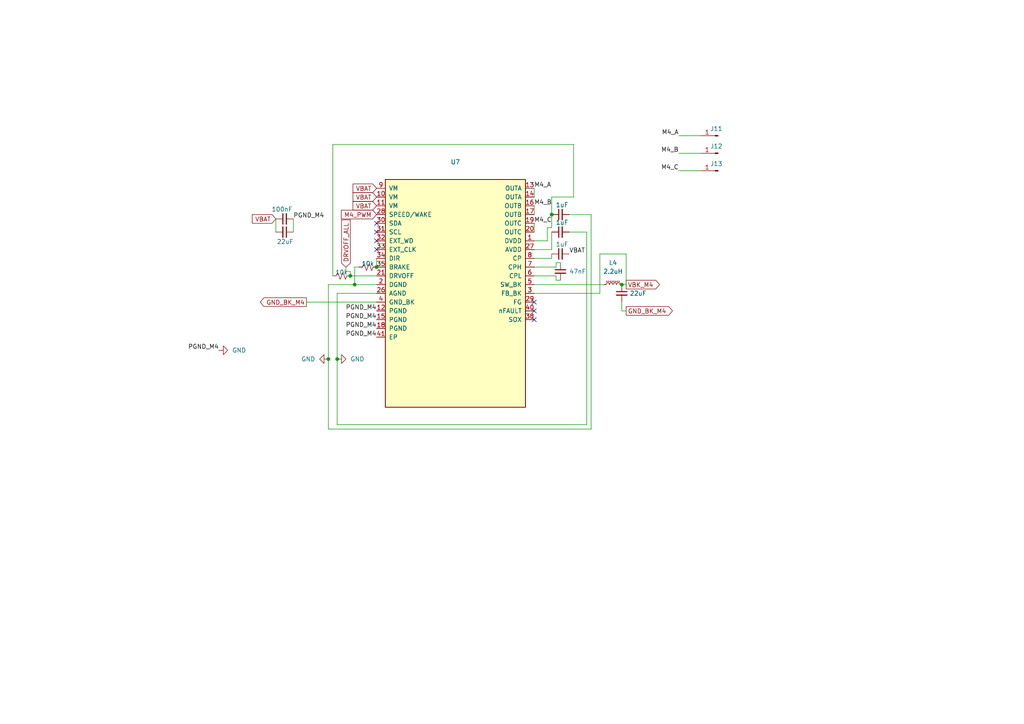
<source format=kicad_sch>
(kicad_sch (version 20250114) (generator "eeschema") (generator_version "9.0")
  (paper "A4")
  (title_block (date "2025-12-23") (rev "v1") (company "NeoDrone") (comment 1 "Made by Dulat Sarbassov") (comment 2 "dulatello08"))
  (lib_symbols
    (symbol "Connector:Conn_01x01_Pin" (pin_names (offset 1.016) (hide yes))
      (property "Reference" "J" (at 0 2.54 0))
      (property "Value" "Conn_01x01_Pin" (at 0 -2.54 0))
      (symbol "Conn_01x01_Pin_1_1"
        (rectangle (start 0.8636 0.127) (end 0 -0.127) (stroke (width 0.1524)) (fill (type outline)))
        (polyline (pts (xy 1.27 0) (xy 0.8636 0)) (stroke (width 0.1524)))
        (pin passive line (at 5.08 0 180) (length 3.81) (name "Pin_1") (number "1"))
      )
    )
    (symbol "Device:C_Small" (pin_numbers (hide yes)) (pin_names (offset 0.254) (hide yes))
      (property "Reference" "C" (at 0.254 1.778 0))
      (property "Value" "C_Small" (at 0.254 -2.032 0))
      (symbol "C_Small_0_1"
        (polyline (pts (xy -1.524 0.508) (xy 1.524 0.508)) (stroke (width 0.3048)))
        (polyline (pts (xy -1.524 -0.508) (xy 1.524 -0.508)) (stroke (width 0.3302)))
      )
      (symbol "C_Small_1_1"
        (pin passive line (at 0 2.54 270) (length 2.032) (name "~") (number "1"))
        (pin passive line (at 0 -2.54 90) (length 2.032) (name "~") (number "2"))
      )
    )
    (symbol "Device:L_Ferrite_Small" (pin_numbers (hide yes)) (pin_names (offset 0.254) (hide yes))
      (property "Reference" "L" (at 1.27 1.016 0))
      (property "Value" "L_Ferrite_Small" (at 1.27 -1.27 0))
      (symbol "L_Ferrite_Small_0_1"
        (arc (start 0 2.032) (mid 0.5058 1.524) (end 0 1.016))
        (arc (start 0 1.016) (mid 0.5058 0.508) (end 0 0))
        (arc (start 0 0) (mid 0.5058 -0.508) (end 0 -1.016))
        (arc (start 0 -1.016) (mid 0.5058 -1.524) (end 0 -2.032))
        (polyline (pts (xy 0.762 1.651) (xy 0.762 1.905)))
        (polyline (pts (xy 0.762 1.143) (xy 0.762 1.397)))
        (polyline (pts (xy 0.762 0.635) (xy 0.762 0.889)))
        (polyline (pts (xy 0.762 0.127) (xy 0.762 0.381)))
        (polyline (pts (xy 0.762 -0.381) (xy 0.762 -0.127)))
        (polyline (pts (xy 0.762 -0.889) (xy 0.762 -0.635)))
        (polyline (pts (xy 0.762 -1.397) (xy 0.762 -1.143)))
        (polyline (pts (xy 0.762 -1.905) (xy 0.762 -1.651)))
        (polyline (pts (xy 1.016 1.905) (xy 1.016 1.651)))
        (polyline (pts (xy 1.016 1.397) (xy 1.016 1.143)))
        (polyline (pts (xy 1.016 0.889) (xy 1.016 0.635)))
        (polyline (pts (xy 1.016 0.381) (xy 1.016 0.127)))
        (polyline (pts (xy 1.016 -0.127) (xy 1.016 -0.381)))
        (polyline (pts (xy 1.016 -0.635) (xy 1.016 -0.889)))
        (polyline (pts (xy 1.016 -1.143) (xy 1.016 -1.397)))
        (polyline (pts (xy 1.016 -1.651) (xy 1.016 -1.905)))
      )
      (symbol "L_Ferrite_Small_1_1"
        (pin passive line (at 0 2.54 270) (length 0.508) (name "~") (number "1"))
        (pin passive line (at 0 -2.54 90) (length 0.508) (name "~") (number "2"))
      )
    )
    (symbol "Device:R_Small_US" (pin_numbers (hide yes)) (pin_names (offset 0.254) (hide yes))
      (property "Reference" "R" (at 0.762 0.508 0))
      (property "Value" "R_Small_US" (at 0.762 -1.016 0))
      (symbol "R_Small_US_1_1"
        (polyline (pts (xy 0 1.524) (xy 1.016 1.143) (xy 0 0.762) (xy -1.016 0.381) (xy 0 0)))
        (polyline (pts (xy 0 0) (xy 1.016 -0.381) (xy 0 -0.762) (xy -1.016 -1.143) (xy 0 -1.524)))
        (pin passive line (at 0 2.54 270) (length 1.016) (name "~") (number "1"))
        (pin passive line (at 0 -2.54 90) (length 1.016) (name "~") (number "2"))
      )
    )
    (symbol "MCF8316A:MCF8316A" (pin_names (offset 1.016))
      (property "Reference" "U" (at 0 38.1 0))
      (property "Value" "MCF8316A" (at 0 -38.1 0))
      (symbol "MCF8316A_1_1"
        (rectangle (start -20.32 33.02) (end 20.32 -33.02) (stroke (width 0.254)) (fill (type background)))
        (pin power_in line (at -22.86 30.48 0) (length 2.54) (name "VM") (number "9"))
        (pin power_in line (at -22.86 27.94 0) (length 2.54) (name "VM") (number "10"))
        (pin power_in line (at -22.86 25.4 0) (length 2.54) (name "VM") (number "11"))
        (pin input line (at -22.86 22.86 0) (length 2.54) (name "SPEED/WAKE") (number "28"))
        (pin bidirectional line (at -22.86 20.32 0) (length 2.54) (name "SDA") (number "30"))
        (pin input line (at -22.86 17.78 0) (length 2.54) (name "SCL") (number "31"))
        (pin input line (at -22.86 15.24 0) (length 2.54) (name "EXT_WD") (number "32"))
        (pin input line (at -22.86 12.7 0) (length 2.54) (name "EXT_CLK") (number "33"))
        (pin input line (at -22.86 10.16 0) (length 2.54) (name "DIR") (number "34"))
        (pin input line (at -22.86 7.62 0) (length 2.54) (name "BRAKE") (number "35"))
        (pin input line (at -22.86 5.08 0) (length 2.54) (name "DRVOFF") (number "21"))
        (pin power_in line (at -22.86 2.54 0) (length 2.54) (name "DGND") (number "2"))
        (pin power_in line (at -22.86 0 0) (length 2.54) (name "AGND") (number "26"))
        (pin power_in line (at -22.86 -2.54 0) (length 2.54) (name "GND_BK") (number "4"))
        (pin power_in line (at -22.86 -5.08 0) (length 2.54) (name "PGND") (number "12"))
        (pin power_in line (at -22.86 -7.62 0) (length 2.54) (name "PGND") (number "15"))
        (pin power_in line (at -22.86 -10.16 0) (length 2.54) (name "PGND") (number "18"))
        (pin power_in line (at -22.86 -12.7 0) (length 2.54) (name "EP") (number "41"))
        (pin power_out line (at 22.86 30.48 180) (length 2.54) (name "OUTA") (number "13"))
        (pin power_out line (at 22.86 27.94 180) (length 2.54) (name "OUTA") (number "14"))
        (pin power_out line (at 22.86 25.4 180) (length 2.54) (name "OUTB") (number "16"))
        (pin power_out line (at 22.86 22.86 180) (length 2.54) (name "OUTB") (number "17"))
        (pin power_out line (at 22.86 20.32 180) (length 2.54) (name "OUTC") (number "19"))
        (pin power_out line (at 22.86 17.78 180) (length 2.54) (name "OUTC") (number "20"))
        (pin power_out line (at 22.86 15.24 180) (length 2.54) (name "DVDD") (number "1"))
        (pin power_out line (at 22.86 12.7 180) (length 2.54) (name "AVDD") (number "27"))
        (pin power_out line (at 22.86 10.16 180) (length 2.54) (name "CP") (number "8"))
        (pin passive line (at 22.86 7.62 180) (length 2.54) (name "CPH") (number "7"))
        (pin passive line (at 22.86 5.08 180) (length 2.54) (name "CPL") (number "6"))
        (pin passive line (at 22.86 2.54 180) (length 2.54) (name "SW_BK") (number "5"))
        (pin passive line (at 22.86 0 180) (length 2.54) (name "FB_BK") (number "3"))
        (pin open_collector line (at 22.86 -2.54 180) (length 2.54) (name "FG") (number "29"))
        (pin open_collector line (at 22.86 -5.08 180) (length 2.54) (name "nFAULT") (number "40"))
        (pin output line (at 22.86 -7.62 180) (length 2.54) (name "SOX") (number "38"))
      )
    )
    (symbol "power:GND" (power) (pin_numbers (hide yes)) (pin_names (offset 0) (hide yes))
      (property "Value" "GND" (at 0 -3.81 0))
      (symbol "GND_0_1"
        (polyline (pts (xy 0 0) (xy 0 -1.27) (xy 1.27 -1.27) (xy 0 -2.54) (xy -1.27 -1.27) (xy 0 -1.27)))
      )
      (symbol "GND_1_1"
        (pin power_in line (at 0 0 270) (length 0) (name "~") (number "1"))
      )
    )
  )
  (junction (at 102.87 82.55))
  (junction (at 160.02 62.23))
  (junction (at 109.22 77.47))
  (junction (at 97.79 104.14))
  (junction (at 101.6 80.01))
  (junction (at 180.34 82.55))
  (junction (at 95.25 104.14))
  (no_connect (at 109.22 69.85))
  (no_connect (at 154.94 87.63))
  (no_connect (at 109.22 67.31))
  (no_connect (at 109.22 72.39))
  (no_connect (at 154.94 90.17))
  (no_connect (at 154.94 92.71))
  (no_connect (at 109.22 64.77))
  (wire (pts (xy 154.94 77.47) (xy 161.29 77.47)))
  (wire (pts (xy 180.34 90.17) (xy 180.34 87.63)))
  (wire (pts (xy 158.75 69.85) (xy 158.75 66.04)))
  (wire (pts (xy 80.01 63.5) (xy 80.01 67.31)))
  (wire (pts (xy 165.1 67.31) (xy 170.18 67.31)))
  (wire (pts (xy 109.22 74.93) (xy 109.22 77.47)))
  (wire (pts (xy 162.56 81.28) (xy 161.29 81.28)))
  (wire (pts (xy 95.25 82.55) (xy 102.87 82.55)))
  (wire (pts (xy 97.79 123.19) (xy 97.79 104.14)))
  (wire (pts (xy 97.79 104.14) (xy 97.79 85.09)))
  (wire (pts (xy 160.02 57.15) (xy 160.02 62.23)))
  (wire (pts (xy 173.99 73.66) (xy 181.61 73.66)))
  (wire (pts (xy 181.61 90.17) (xy 180.34 90.17)))
  (wire (pts (xy 173.99 85.09) (xy 173.99 73.66)))
  (wire (pts (xy 171.45 62.23) (xy 171.45 124.46)))
  (wire (pts (xy 85.09 63.5) (xy 85.09 67.31)))
  (wire (pts (xy 166.37 57.15) (xy 160.02 57.15)))
  (wire (pts (xy 161.29 76.2) (xy 162.56 76.2)))
  (wire (pts (xy 166.37 41.91) (xy 96.52 41.91)))
  (wire (pts (xy 171.45 124.46) (xy 95.25 124.46)))
  (wire (pts (xy 102.87 77.47) (xy 102.87 82.55)))
  (wire (pts (xy 100.33 78.74) (xy 101.6 78.74)))
  (wire (pts (xy 161.29 80.01) (xy 154.94 80.01)))
  (wire (pts (xy 160.02 66.04) (xy 160.02 62.23)))
  (wire (pts (xy 170.18 67.31) (xy 170.18 123.19)))
  (wire (pts (xy 181.61 82.55) (xy 180.34 82.55)))
  (wire (pts (xy 170.18 123.19) (xy 97.79 123.19)))
  (wire (pts (xy 100.33 77.47) (xy 100.33 78.74)))
  (wire (pts (xy 96.52 41.91) (xy 96.52 80.01)))
  (wire (pts (xy 154.94 64.77) (xy 154.94 67.31)))
  (wire (pts (xy 166.37 41.91) (xy 166.37 57.15)))
  (wire (pts (xy 97.79 85.09) (xy 109.22 85.09)))
  (wire (pts (xy 154.94 74.93) (xy 160.02 74.93)))
  (wire (pts (xy 181.61 73.66) (xy 181.61 82.55)))
  (wire (pts (xy 102.87 77.47) (xy 104.14 77.47)))
  (wire (pts (xy 160.02 67.31) (xy 160.02 72.39)))
  (wire (pts (xy 154.94 72.39) (xy 160.02 72.39)))
  (wire (pts (xy 95.25 124.46) (xy 95.25 104.14)))
  (wire (pts (xy 101.6 78.74) (xy 101.6 80.01)))
  (wire (pts (xy 203.2 44.45) (xy 196.85 44.45)))
  (wire (pts (xy 154.94 85.09) (xy 173.99 85.09)))
  (wire (pts (xy 203.2 39.37) (xy 196.85 39.37)))
  (wire (pts (xy 154.94 59.69) (xy 154.94 62.23)))
  (wire (pts (xy 101.6 80.01) (xy 109.22 80.01)))
  (wire (pts (xy 102.87 82.55) (xy 109.22 82.55)))
  (wire (pts (xy 161.29 77.47) (xy 161.29 76.2)))
  (wire (pts (xy 154.94 54.61) (xy 154.94 57.15)))
  (wire (pts (xy 165.1 62.23) (xy 171.45 62.23)))
  (wire (pts (xy 95.25 104.14) (xy 95.25 82.55)))
  (wire (pts (xy 154.94 82.55) (xy 175.26 82.55)))
  (wire (pts (xy 88.9 87.63) (xy 109.22 87.63)))
  (wire (pts (xy 158.75 66.04) (xy 160.02 66.04)))
  (wire (pts (xy 161.29 81.28) (xy 161.29 80.01)))
  (wire (pts (xy 154.94 69.85) (xy 158.75 69.85)))
  (wire (pts (xy 160.02 74.93) (xy 160.02 73.66)))
  (wire (pts (xy 203.2 49.53) (xy 196.85 49.53)))
  (label "PGND_M4" (at 109.22 92.71 180))
  (label "PGND_M4" (at 109.22 90.17 180))
  (label "M4_A" (at 196.85 39.37 180))
  (label "PGND_M4" (at 63.5 101.6 180))
  (label "PGND_M4" (at 109.22 95.25 180))
  (label "PGND_M4" (at 109.22 97.79 180))
  (label "VBAT" (at 165.1 73.66 0))
  (label "PGND_M4" (at 85.09 63.5 0))
  (label "M4_C" (at 196.85 49.53 180))
  (label "M4_B" (at 196.85 44.45 180))
  (label "M4_C" (at 154.94 64.77 0))
  (label "M4_B" (at 154.94 59.69 0))
  (label "M4_A" (at 154.94 54.61 0))
  (global_label "VBAT" (shape input) (at 109.22 54.61 180) (property "Intersheetrefs" "${INTERSHEET_REFS}" (effects (hide yes))))
  (global_label "VBAT" (shape input) (at 109.22 57.15 180) (property "Intersheetrefs" "${INTERSHEET_REFS}" (effects (hide yes))))
  (global_label "GND_BK_M4" (shape output) (at 88.9 87.63 180) (property "Intersheetrefs" "${INTERSHEET_REFS}" (effects (hide yes))))
  (global_label "DRVOFF_ALL" (shape input) (at 100.33 77.47 90) (property "Intersheetrefs" "${INTERSHEET_REFS}" (effects (hide yes))))
  (global_label "VBAT" (shape input) (at 109.22 59.69 180) (property "Intersheetrefs" "${INTERSHEET_REFS}" (effects (hide yes))))
  (global_label "M4_PWM" (shape input) (at 109.22 62.23 180) (property "Intersheetrefs" "${INTERSHEET_REFS}" (effects (hide yes))))
  (global_label "VBK_M4" (shape output) (at 181.61 82.55 0) (property "Intersheetrefs" "${INTERSHEET_REFS}" (effects (hide yes))))
  (global_label "VBAT" (shape input) (at 80.01 63.5 180) (property "Intersheetrefs" "${INTERSHEET_REFS}" (effects (hide yes))))
  (global_label "GND_BK_M4" (shape output) (at 181.61 90.17 0) (property "Intersheetrefs" "${INTERSHEET_REFS}" (effects (hide yes))))
  (symbol (lib_id "Connector:Conn_01x01_Pin") (at 208.28 39.37 180) (unit 1) (in_bom no)
    (property "Reference" "J11" (at 207.772 37.338 0))
    (property "Value" "SolderWirePad_1x01_SMD_3x6mm" (effects (hide yes)))
    (property "Footprint" "Connector_Wire:SolderWirePad_1x01_SMD_3x6mm" (effects (hide yes)))
  )
  (symbol (lib_id "Device:C_Small") (at 180.34 85.09 0) (unit 1)
    (property "Reference" "C41" (effects (hide yes)))
    (property "Value" "22uF" (at 182.626 85.09 0) (effects (justify left)))
    (property "Footprint" "Capacitor_SMD:C_1206_3216Metric_Pad1.33x1.80mm_HandSolder" (effects (hide yes)))
    (property "Description" "Unpolarized capacitor, small symbol" (effects (hide yes)))
  )
  (symbol (lib_id "Device:R_Small_US") (at 99.06 80.01 90) (unit 1)
    (property "Reference" "R13" (effects (hide yes)))
    (property "Value" "10k" (at 99.06 78.994 90))
    (property "Footprint" "Resistor_SMD:R_0603_1608Metric_Pad0.98x0.95mm_HandSolder" (effects (hide yes)))
    (property "Description" "Resistor, small US symbol" (effects (hide yes)))
  )
  (symbol (lib_id "Device:L_Ferrite_Small") (at 177.8 82.55 90) (unit 1)
    (property "Reference" "L4" (at 177.8 76.2 90))
    (property "Value" "2.2uH" (at 177.8 78.74 90))
    (property "Footprint" "Inductor_SMD:L_1008_2520Metric_Pad1.43x2.20mm_HandSolder" (effects (hide yes)))
    (property "Description" "Inductor with ferrite core, small symbol" (effects (hide yes)))
  )
  (symbol (lib_id "Device:C_Small") (at 162.56 78.74 0) (unit 1)
    (property "Reference" "C40" (effects (hide yes)))
    (property "Value" "47nF" (at 165.1 78.74 0) (effects (justify left)))
    (property "Footprint" "Capacitor_SMD:C_0603_1608Metric_Pad1.08x0.95mm_HandSolder" (effects (hide yes)))
    (property "Description" "Unpolarized capacitor, small symbol" (effects (hide yes)))
  )
  (symbol (lib_id "MCF8316A:MCF8316A") (at 132.08 85.09 0) (unit 1)
    (property "Reference" "U7" (at 132.08 46.99 0))
    (property "Value" "MCF8316A" (effects (hide yes)))
    (property "Footprint" "MCF8316:MCF8316A_RGF0040E_VQFN-40-1EP_7x5mm_P0.5mm_EP5.5x3.5mm" (effects (hide yes)))
  )
  (symbol (lib_id "Device:C_Small") (at 162.56 62.23 90) (unit 1)
    (property "Reference" "C37" (effects (hide yes)))
    (property "Value" "1uF" (at 164.846 59.436 90) (effects (justify left)))
    (property "Footprint" "Capacitor_SMD:C_0603_1608Metric_Pad1.08x0.95mm_HandSolder" (effects (hide yes)))
    (property "Description" "Unpolarized capacitor, small symbol" (effects (hide yes)))
  )
  (symbol (lib_id "Device:R_Small_US") (at 106.68 77.47 90) (unit 1)
    (property "Reference" "R15" (effects (hide yes)))
    (property "Value" "10k" (at 106.68 76.454 90))
    (property "Footprint" "Resistor_SMD:R_0603_1608Metric_Pad0.98x0.95mm_HandSolder" (effects (hide yes)))
    (property "Description" "Resistor, small US symbol" (effects (hide yes)))
  )
  (symbol (lib_id "Device:C_Small") (at 162.56 67.31 90) (unit 1)
    (property "Reference" "C38" (effects (hide yes)))
    (property "Value" "1uF" (at 164.846 64.516 90) (effects (justify left)))
    (property "Footprint" "Capacitor_SMD:C_0603_1608Metric_Pad1.08x0.95mm_HandSolder" (effects (hide yes)))
    (property "Description" "Unpolarized capacitor, small symbol" (effects (hide yes)))
  )
  (symbol (lib_id "power:GND") (at 63.5 101.6 90) (unit 1)
    (property "Reference" "#PWR027" (effects (hide yes)))
    (property "Value" "GND" (at 67.31 101.5999 90) (effects (justify right)))
    (property "Description" "Power symbol creates a global label with name \"GND\" , ground" (effects (hide yes)))
  )
  (symbol (lib_id "Connector:Conn_01x01_Pin") (at 208.28 49.53 180) (unit 1) (in_bom no)
    (property "Reference" "J13" (at 207.772 47.498 0))
    (property "Value" "SolderWirePad_1x01_SMD_3x6mm" (effects (hide yes)))
    (property "Footprint" "Connector_Wire:SolderWirePad_1x01_SMD_3x6mm" (effects (hide yes)))
  )
  (symbol (lib_id "Connector:Conn_01x01_Pin") (at 208.28 44.45 180) (unit 1) (in_bom no)
    (property "Reference" "J12" (at 207.772 42.418 0))
    (property "Value" "SolderWirePad_1x01_SMD_3x6mm" (effects (hide yes)))
    (property "Footprint" "Connector_Wire:SolderWirePad_1x01_SMD_3x6mm" (effects (hide yes)))
  )
  (symbol (lib_id "power:GND") (at 95.25 104.14 270) (unit 1)
    (property "Reference" "#PWR034" (effects (hide yes)))
    (property "Value" "GND" (at 91.44 104.1399 90) (effects (justify right)))
    (property "Description" "Power symbol creates a global label with name \"GND\" , ground" (effects (hide yes)))
  )
  (symbol (lib_id "Device:C_Small") (at 82.55 67.31 270) (unit 1)
    (property "Reference" "C36" (effects (hide yes)))
    (property "Value" "22uF" (at 80.264 70.104 90) (effects (justify left)))
    (property "Footprint" "Capacitor_SMD:C_1206_3216Metric_Pad1.33x1.80mm_HandSolder" (effects (hide yes)))
    (property "Description" "Unpolarized capacitor, small symbol" (effects (hide yes)))
  )
  (symbol (lib_id "power:GND") (at 97.79 104.14 90) (unit 1)
    (property "Reference" "#PWR035" (effects (hide yes)))
    (property "Value" "GND" (at 101.6 104.1399 90) (effects (justify right)))
    (property "Description" "Power symbol creates a global label with name \"GND\" , ground" (effects (hide yes)))
  )
  (symbol (lib_id "Device:C_Small") (at 162.56 73.66 90) (unit 1)
    (property "Reference" "C39" (effects (hide yes)))
    (property "Value" "1uF" (at 164.846 70.866 90) (effects (justify left)))
    (property "Footprint" "Capacitor_SMD:C_0603_1608Metric_Pad1.08x0.95mm_HandSolder" (effects (hide yes)))
    (property "Description" "Unpolarized capacitor, small symbol" (effects (hide yes)))
  )
  (symbol (lib_id "Device:C_Small") (at 82.55 63.5 90) (unit 1)
    (property "Reference" "C35" (effects (hide yes)))
    (property "Value" "100nF" (at 84.836 60.706 90) (effects (justify left)))
    (property "Footprint" "Capacitor_SMD:C_0603_1608Metric_Pad1.08x0.95mm_HandSolder" (effects (hide yes)))
    (property "Description" "Unpolarized capacitor, small symbol" (effects (hide yes)))
  )
)
</source>
